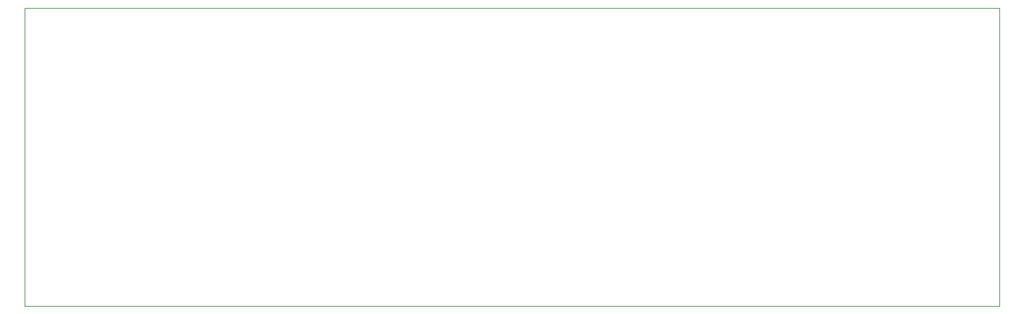
<source format=gm1>
G04 #@! TF.GenerationSoftware,KiCad,Pcbnew,(6.0.0)*
G04 #@! TF.CreationDate,2022-06-26T22:57:09+02:00*
G04 #@! TF.ProjectId,mht-ctl-back,6d68742d-6374-46c2-9d62-61636b2e6b69,rev?*
G04 #@! TF.SameCoordinates,Original*
G04 #@! TF.FileFunction,Profile,NP*
%FSLAX46Y46*%
G04 Gerber Fmt 4.6, Leading zero omitted, Abs format (unit mm)*
G04 Created by KiCad (PCBNEW (6.0.0)) date 2022-06-26 22:57:09*
%MOMM*%
%LPD*%
G01*
G04 APERTURE LIST*
G04 #@! TA.AperFunction,Profile*
%ADD10C,0.050000*%
G04 #@! TD*
G04 APERTURE END LIST*
D10*
X80000000Y-130000000D02*
X204000000Y-130000000D01*
X204000000Y-92000000D02*
X80000000Y-92000000D01*
X80000000Y-130000000D02*
X80000000Y-92000000D01*
X204000000Y-92000000D02*
X204000000Y-130000000D01*
M02*

</source>
